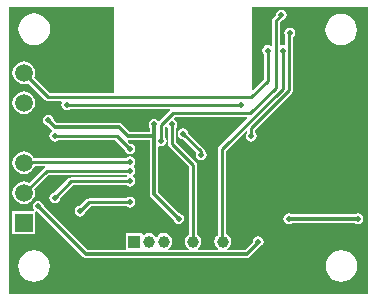
<source format=gbl>
%FSLAX25Y25*%
%MOIN*%
G70*
G01*
G75*
G04 Layer_Physical_Order=2*
G04 Layer_Color=16711680*
%ADD10R,0.04134X0.02362*%
%ADD11R,0.03937X0.03150*%
%ADD12R,0.00394X0.00394*%
%ADD13O,0.07874X0.03937*%
%ADD14C,0.06000*%
%ADD15R,0.02677X0.05906*%
G04:AMPARAMS|DCode=16|XSize=65.35mil|YSize=23.23mil|CornerRadius=2.9mil|HoleSize=0mil|Usage=FLASHONLY|Rotation=270.000|XOffset=0mil|YOffset=0mil|HoleType=Round|Shape=RoundedRectangle|*
%AMROUNDEDRECTD16*
21,1,0.06535,0.01742,0,0,270.0*
21,1,0.05955,0.02323,0,0,270.0*
1,1,0.00581,-0.00871,-0.02977*
1,1,0.00581,-0.00871,0.02977*
1,1,0.00581,0.00871,0.02977*
1,1,0.00581,0.00871,-0.02977*
%
%ADD16ROUNDEDRECTD16*%
%ADD17R,0.03150X0.03937*%
%ADD18O,0.03937X0.07874*%
%ADD19R,0.07874X0.03937*%
G04:AMPARAMS|DCode=20|XSize=42.91mil|YSize=24.02mil|CornerRadius=3mil|HoleSize=0mil|Usage=FLASHONLY|Rotation=90.000|XOffset=0mil|YOffset=0mil|HoleType=Round|Shape=RoundedRectangle|*
%AMROUNDEDRECTD20*
21,1,0.04291,0.01801,0,0,90.0*
21,1,0.03691,0.02402,0,0,90.0*
1,1,0.00600,0.00901,0.01846*
1,1,0.00600,0.00901,-0.01846*
1,1,0.00600,-0.00901,-0.01846*
1,1,0.00600,-0.00901,0.01846*
%
%ADD20ROUNDEDRECTD20*%
%ADD21R,0.02362X0.04134*%
%ADD22R,0.02362X0.05709*%
%ADD23C,0.01000*%
%ADD24C,0.01181*%
%ADD25R,0.02000X0.02850*%
%ADD26R,0.01575X0.03347*%
%ADD27R,0.03937X0.10925*%
%ADD28R,0.08858X0.22736*%
%ADD29R,0.05610X0.12492*%
%ADD30R,0.02661X0.06709*%
%ADD31R,0.04035X0.08366*%
%ADD32R,0.04921X0.05512*%
%ADD33R,0.07480X0.04331*%
%ADD34R,0.04169X0.07087*%
%ADD35R,0.07501X0.26028*%
%ADD36C,0.03937*%
%ADD37R,0.03937X0.03937*%
%ADD38C,0.05906*%
%ADD39R,0.05906X0.05906*%
%ADD40C,0.01969*%
%ADD41R,0.03625X0.05150*%
%ADD42R,0.06594X0.06693*%
G36*
X121026Y1378D02*
X1313D01*
Y97113D01*
X36463D01*
Y68242D01*
X14914D01*
X9607Y73549D01*
X9845Y74122D01*
X9973Y75098D01*
X9845Y76075D01*
X9468Y76985D01*
X8868Y77766D01*
X8087Y78365D01*
X7177Y78742D01*
X6201Y78871D01*
X5224Y78742D01*
X4315Y78365D01*
X3533Y77766D01*
X2934Y76985D01*
X2557Y76075D01*
X2428Y75098D01*
X2557Y74122D01*
X2934Y73212D01*
X3533Y72431D01*
X4315Y71831D01*
X5224Y71455D01*
X6201Y71326D01*
X7177Y71455D01*
X7751Y71692D01*
X13442Y66001D01*
X13868Y65716D01*
X14370Y65617D01*
X18690D01*
X18926Y65175D01*
X18886Y65117D01*
X18749Y64425D01*
X18886Y63734D01*
X19278Y63148D01*
X19864Y62756D01*
X20555Y62619D01*
X21246Y62756D01*
X21779Y63113D01*
X55060D01*
X55205Y62634D01*
X55139Y62590D01*
X51507Y58957D01*
X51009Y59007D01*
X50947Y59100D01*
X50361Y59492D01*
X49669Y59629D01*
X48978Y59492D01*
X48392Y59100D01*
X48000Y58514D01*
X47863Y57823D01*
X48000Y57132D01*
X48264Y56737D01*
Y55330D01*
X41637D01*
X39049Y57919D01*
X38593Y58223D01*
X38055Y58330D01*
X17271D01*
X16219Y59382D01*
X16098Y59991D01*
X15706Y60576D01*
X15120Y60968D01*
X14429Y61106D01*
X13738Y60968D01*
X13152Y60576D01*
X12760Y59991D01*
X12623Y59299D01*
X12760Y58608D01*
X13152Y58022D01*
X13738Y57630D01*
X14061Y57566D01*
X15687Y55941D01*
X15638Y55443D01*
X15278Y55203D01*
X14886Y54616D01*
X14749Y53925D01*
X14886Y53234D01*
X15278Y52648D01*
X15864Y52256D01*
X16555Y52119D01*
X17246Y52256D01*
X17779Y52613D01*
X36783D01*
X39750Y49645D01*
X39886Y48962D01*
X40278Y48376D01*
X40864Y47985D01*
X41555Y47847D01*
X42246Y47985D01*
X42832Y48376D01*
X43224Y48962D01*
X43361Y49654D01*
X43224Y50345D01*
X42832Y50931D01*
X42246Y51322D01*
X41672Y51437D01*
X40978Y52131D01*
X41055Y52520D01*
X48264D01*
Y34681D01*
X48264Y34681D01*
X48264D01*
X48371Y34143D01*
X48676Y33688D01*
X56112Y26251D01*
X56205Y25785D01*
X56597Y25199D01*
X57183Y24807D01*
X57874Y24670D01*
X58565Y24807D01*
X59151Y25199D01*
X59543Y25785D01*
X59680Y26476D01*
X59543Y27168D01*
X59151Y27754D01*
X58565Y28145D01*
X58099Y28238D01*
X51074Y35263D01*
Y50420D01*
X51461Y50737D01*
X52055Y50619D01*
X52746Y50756D01*
X53332Y51148D01*
X53724Y51734D01*
X53861Y52425D01*
X53724Y53117D01*
X53368Y53650D01*
Y56905D01*
X53769Y57203D01*
X53768Y57203D01*
X54004Y57132D01*
X54361Y56598D01*
Y51459D01*
X54461Y50956D01*
X54745Y50530D01*
X54745Y50530D01*
X54745D01*
Y50530D01*
X54745Y50530D01*
X61384Y43891D01*
Y21238D01*
X61307Y21206D01*
X60731Y20765D01*
X60290Y20189D01*
X60012Y19519D01*
X59917Y18799D01*
X60012Y18080D01*
X60290Y17409D01*
X60731Y16834D01*
X61237Y16445D01*
X61077Y15972D01*
X54475D01*
X54314Y16445D01*
X54820Y16834D01*
X55262Y17409D01*
X55539Y18080D01*
X55634Y18799D01*
X55539Y19519D01*
X55262Y20189D01*
X54820Y20765D01*
X54244Y21206D01*
X53574Y21484D01*
X52854Y21579D01*
X52135Y21484D01*
X51464Y21206D01*
X50889Y20765D01*
X50644Y20445D01*
X50144D01*
X49899Y20765D01*
X49323Y21206D01*
X48652Y21484D01*
X47933Y21579D01*
X47214Y21484D01*
X46543Y21206D01*
X46216Y20956D01*
X45768Y21177D01*
Y21555D01*
X41574D01*
X41567Y21556D01*
X41561Y21555D01*
X40256D01*
Y20250D01*
X40255Y20244D01*
X40256Y20237D01*
Y16326D01*
X40256Y16325D01*
X40256D01*
X40256Y16043D01*
X40185Y15972D01*
X27649D01*
X12884Y30737D01*
X12791Y31203D01*
X12399Y31789D01*
X11813Y32181D01*
X11122Y32318D01*
X10431Y32181D01*
X9845Y31789D01*
X9453Y31203D01*
X9316Y30512D01*
X9453Y29820D01*
X9815Y29280D01*
X9579Y28839D01*
X2461D01*
Y21358D01*
X9941D01*
Y28640D01*
X10024Y28684D01*
D01*
X10382Y28876D01*
X10431Y28843D01*
X10897Y28750D01*
X26074Y13574D01*
X26074Y13574D01*
X26074Y13574D01*
Y13574D01*
X26074Y13574D01*
Y13574D01*
X26529Y13269D01*
X27067Y13162D01*
X80512D01*
X81050Y13269D01*
X81505Y13574D01*
X85103Y17172D01*
X85628Y17522D01*
X86019Y18108D01*
X86157Y18799D01*
X86019Y19490D01*
X85628Y20076D01*
X85042Y20468D01*
X84350Y20606D01*
X83659Y20468D01*
X83073Y20076D01*
X82682Y19490D01*
X82544Y18799D01*
X82579Y18621D01*
X79930Y15972D01*
X74159D01*
X73999Y16445D01*
X74505Y16834D01*
X74947Y17409D01*
X75224Y18080D01*
X75319Y18799D01*
X75224Y19519D01*
X74947Y20189D01*
X74505Y20765D01*
X73929Y21206D01*
X73655Y21320D01*
Y49025D01*
X80281Y55651D01*
X80541Y55543D01*
X80686Y55064D01*
X80386Y54616D01*
X80249Y53925D01*
X80386Y53234D01*
X80778Y52648D01*
X81364Y52256D01*
X82055Y52119D01*
X82746Y52256D01*
X83332Y52648D01*
X83724Y53234D01*
X83862Y53925D01*
X83724Y54616D01*
X83368Y55150D01*
Y56118D01*
X95712Y68462D01*
X95996Y68887D01*
X96096Y69390D01*
Y86968D01*
X96159Y87010D01*
X96551Y87596D01*
X96688Y88287D01*
X96551Y88979D01*
X96159Y89565D01*
X95573Y89956D01*
X94882Y90094D01*
X94191Y89956D01*
X93605Y89565D01*
X93213Y88979D01*
X93076Y88287D01*
X93213Y87596D01*
X93471Y87210D01*
Y84490D01*
X93084Y84173D01*
X92512Y84287D01*
X91939Y84173D01*
X91553Y84490D01*
Y91862D01*
X92188Y92497D01*
X92817Y92623D01*
X93403Y93014D01*
X93795Y93600D01*
X93932Y94291D01*
X93795Y94983D01*
X93403Y95569D01*
X92817Y95960D01*
X92126Y96098D01*
X91435Y95960D01*
X90849Y95569D01*
X90457Y94983D01*
X90332Y94354D01*
X89312Y93334D01*
X89028Y92908D01*
X88928Y92405D01*
Y84188D01*
X88487Y83952D01*
X88191Y84149D01*
X87500Y84287D01*
X86809Y84149D01*
X86223Y83758D01*
X85831Y83172D01*
X85694Y82480D01*
X85831Y81789D01*
X86187Y81256D01*
Y72985D01*
X82685Y69482D01*
X82223Y69674D01*
Y97113D01*
X121026D01*
Y1378D01*
D02*
G37*
G36*
X80804Y59887D02*
X71414Y50497D01*
X71130Y50071D01*
X71030Y49569D01*
Y21115D01*
X70574Y20765D01*
X70132Y20189D01*
X69854Y19519D01*
X69760Y18799D01*
X69854Y18080D01*
X70132Y17409D01*
X70574Y16834D01*
X71080Y16445D01*
X70919Y15972D01*
X64317D01*
X64156Y16445D01*
X64662Y16834D01*
X65104Y17409D01*
X65382Y18080D01*
X65477Y18799D01*
X65382Y19519D01*
X65104Y20189D01*
X64662Y20765D01*
X64087Y21206D01*
X64009Y21238D01*
Y44435D01*
X63910Y44937D01*
X63625Y45363D01*
X56986Y52002D01*
Y56598D01*
X57342Y57132D01*
X57480Y57823D01*
X57342Y58514D01*
X56950Y59100D01*
X56365Y59492D01*
X56222Y59961D01*
X56611Y60349D01*
X80613D01*
X80804Y59887D01*
D02*
G37*
%LPC*%
G36*
X117555Y28232D02*
X116864Y28094D01*
X116469Y27830D01*
X95641D01*
X95246Y28094D01*
X94555Y28232D01*
X93864Y28094D01*
X93278Y27703D01*
X92886Y27117D01*
X92749Y26425D01*
X92886Y25734D01*
X93278Y25148D01*
X93864Y24756D01*
X94555Y24619D01*
X95246Y24756D01*
X95641Y25020D01*
X116469D01*
X116864Y24756D01*
X117555Y24619D01*
X118246Y24756D01*
X118832Y25148D01*
X119224Y25734D01*
X119361Y26425D01*
X119224Y27117D01*
X118832Y27703D01*
X118246Y28094D01*
X117555Y28232D01*
D02*
G37*
G36*
X41555Y33732D02*
X40864Y33594D01*
X40331Y33238D01*
X28055D01*
X27553Y33138D01*
X27127Y32853D01*
X24993Y30719D01*
X24364Y30594D01*
X23778Y30202D01*
X23386Y29616D01*
X23249Y28925D01*
X23386Y28234D01*
X23778Y27648D01*
X24364Y27256D01*
X25055Y27119D01*
X25746Y27256D01*
X26332Y27648D01*
X26724Y28234D01*
X26849Y28863D01*
X28599Y30613D01*
X40331D01*
X40864Y30256D01*
X41555Y30119D01*
X42246Y30256D01*
X42832Y30648D01*
X43224Y31234D01*
X43361Y31925D01*
X43224Y32616D01*
X42832Y33202D01*
X42246Y33594D01*
X41555Y33732D01*
D02*
G37*
G36*
X112108Y15901D02*
X110744Y15722D01*
X109473Y15195D01*
X108382Y14358D01*
X107545Y13267D01*
X107018Y11996D01*
X106839Y10632D01*
X107018Y9268D01*
X107545Y7997D01*
X108382Y6906D01*
X109473Y6069D01*
X110744Y5542D01*
X112108Y5362D01*
X113472Y5542D01*
X114743Y6069D01*
X115834Y6906D01*
X116672Y7997D01*
X117198Y9268D01*
X117378Y10632D01*
X117198Y11996D01*
X116672Y13267D01*
X115834Y14358D01*
X114743Y15195D01*
X113472Y15722D01*
X112108Y15901D01*
D02*
G37*
G36*
X9647D02*
X8284Y15722D01*
X7013Y15195D01*
X5921Y14358D01*
X5084Y13267D01*
X4558Y11996D01*
X4378Y10632D01*
X4558Y9268D01*
X5084Y7997D01*
X5921Y6906D01*
X7013Y6069D01*
X8284Y5542D01*
X9647Y5362D01*
X11011Y5542D01*
X12282Y6069D01*
X13374Y6906D01*
X14211Y7997D01*
X14737Y9268D01*
X14917Y10632D01*
X14737Y11996D01*
X14211Y13267D01*
X13374Y14358D01*
X12282Y15195D01*
X11011Y15722D01*
X9647Y15901D01*
D02*
G37*
G36*
X112055Y94695D02*
X110691Y94515D01*
X109420Y93989D01*
X108329Y93151D01*
X107492Y92060D01*
X106965Y90789D01*
X106786Y89425D01*
X106965Y88061D01*
X107492Y86791D01*
X108329Y85699D01*
X109420Y84862D01*
X110691Y84335D01*
X112055Y84156D01*
X113419Y84335D01*
X114690Y84862D01*
X115781Y85699D01*
X116619Y86791D01*
X117145Y88061D01*
X117325Y89425D01*
X117145Y90789D01*
X116619Y92060D01*
X115781Y93151D01*
X114690Y93989D01*
X113419Y94515D01*
X112055Y94695D01*
D02*
G37*
G36*
X9746Y94839D02*
X8382Y94659D01*
X7111Y94133D01*
X6020Y93295D01*
X5182Y92204D01*
X4656Y90933D01*
X4476Y89569D01*
X4656Y88205D01*
X5182Y86934D01*
X6020Y85843D01*
X7111Y85005D01*
X8382Y84479D01*
X9746Y84299D01*
X11110Y84479D01*
X12381Y85005D01*
X13472Y85843D01*
X14309Y86934D01*
X14836Y88205D01*
X15015Y89569D01*
X14836Y90933D01*
X14309Y92204D01*
X13472Y93295D01*
X12381Y94133D01*
X11110Y94659D01*
X9746Y94839D01*
D02*
G37*
G36*
X6201Y68871D02*
X5224Y68742D01*
X4315Y68365D01*
X3533Y67766D01*
X2934Y66985D01*
X2557Y66075D01*
X2428Y65098D01*
X2557Y64122D01*
X2934Y63212D01*
X3533Y62431D01*
X4315Y61831D01*
X5224Y61454D01*
X6201Y61326D01*
X7177Y61454D01*
X8087Y61831D01*
X8868Y62431D01*
X9468Y63212D01*
X9845Y64122D01*
X9973Y65098D01*
X9845Y66075D01*
X9468Y66985D01*
X8868Y67766D01*
X8087Y68365D01*
X7177Y68742D01*
X6201Y68871D01*
D02*
G37*
G36*
Y48871D02*
X5224Y48742D01*
X4315Y48365D01*
X3533Y47766D01*
X2934Y46985D01*
X2557Y46075D01*
X2428Y45098D01*
X2557Y44122D01*
X2934Y43212D01*
X3533Y42431D01*
X4315Y41831D01*
X5224Y41455D01*
X6201Y41326D01*
X7177Y41455D01*
X8087Y41831D01*
X8868Y42431D01*
X9468Y43212D01*
X9841Y44113D01*
X13170D01*
X13315Y43634D01*
X12895Y43353D01*
X7960Y38418D01*
X7177Y38742D01*
X6201Y38871D01*
X5224Y38742D01*
X4315Y38365D01*
X3533Y37766D01*
X2934Y36985D01*
X2557Y36075D01*
X2428Y35098D01*
X2557Y34122D01*
X2934Y33212D01*
X3533Y32431D01*
X4315Y31831D01*
X5224Y31455D01*
X6201Y31326D01*
X7177Y31455D01*
X8087Y31831D01*
X8868Y32431D01*
X9468Y33212D01*
X9845Y34122D01*
X9973Y35098D01*
X9845Y36075D01*
X9694Y36440D01*
X14367Y41113D01*
X40331D01*
X40611Y40925D01*
Y40425D01*
X40331Y40238D01*
X22055D01*
X21553Y40138D01*
X21127Y39853D01*
X16493Y35219D01*
X15864Y35094D01*
X15278Y34703D01*
X14886Y34117D01*
X14749Y33425D01*
X14886Y32734D01*
X15278Y32148D01*
X15864Y31756D01*
X16555Y31619D01*
X17246Y31756D01*
X17832Y32148D01*
X18224Y32734D01*
X18349Y33363D01*
X22599Y37613D01*
X40331D01*
X40864Y37256D01*
X41555Y37119D01*
X42246Y37256D01*
X42832Y37648D01*
X43224Y38234D01*
X43259Y38410D01*
X43268Y38423D01*
X43368Y38925D01*
X43268Y39428D01*
X43259Y39441D01*
X43224Y39617D01*
X42832Y40203D01*
X42246Y40594D01*
X42832Y41148D01*
X42832D01*
Y41148D01*
D01*
D01*
X42832D01*
X43224Y41734D01*
X43361Y42425D01*
X43224Y43117D01*
X42832Y43703D01*
Y44148D01*
X43224Y44734D01*
X43361Y45425D01*
X43224Y46117D01*
X42832Y46703D01*
X42246Y47094D01*
X41555Y47232D01*
X40864Y47094D01*
X40331Y46738D01*
X9570D01*
X9468Y46985D01*
X8868Y47766D01*
X8087Y48365D01*
X7177Y48742D01*
X6201Y48871D01*
D02*
G37*
G36*
X59315Y56578D02*
X58624Y56441D01*
X58038Y56049D01*
X57646Y55463D01*
X57509Y54772D01*
X57646Y54080D01*
X58038Y53494D01*
X58624Y53103D01*
X59253Y52978D01*
X63792Y48439D01*
X63784Y48428D01*
X63646Y47736D01*
X63784Y47045D01*
X64175Y46459D01*
X64762Y46067D01*
X65453Y45930D01*
X66144Y46067D01*
X66730Y46459D01*
X67122Y47045D01*
X67259Y47736D01*
X67122Y48428D01*
X66730Y49014D01*
X66513Y49159D01*
X66480Y49321D01*
X66196Y49747D01*
X61109Y54834D01*
X60984Y55463D01*
X60592Y56049D01*
X60006Y56441D01*
X59315Y56578D01*
D02*
G37*
%LPD*%
G54D23*
X22055Y38925D02*
X41555D01*
X16555Y33425D02*
X22055Y38925D01*
X25055Y28925D02*
X28055Y31925D01*
X41555D01*
X52055Y57650D02*
X56067Y61661D01*
X52055Y52425D02*
Y57650D01*
X37327Y53925D02*
X41598Y49654D01*
X6823Y45425D02*
X41555D01*
X13823Y42425D02*
X41555D01*
X16555Y53925D02*
X37327D01*
X41555Y38925D02*
X42055D01*
X20555Y64425D02*
X78555D01*
X6004Y34606D02*
X13823Y42425D01*
X6004Y44606D02*
X6823Y45425D01*
X72342Y18996D02*
X72539Y18799D01*
X55673Y51459D02*
Y57823D01*
X65267Y47921D02*
X65453Y47736D01*
X65267Y47921D02*
Y48819D01*
X59315Y54772D02*
X65267Y48819D01*
X94784Y88189D02*
X94882Y88287D01*
X87500Y72441D02*
Y82480D01*
X41567Y20244D02*
X43012Y18799D01*
X62697D02*
Y44435D01*
X55673Y51459D02*
X62697Y44435D01*
X90240Y92405D02*
X92126Y94291D01*
X72342Y18996D02*
Y49569D01*
X56067Y61661D02*
X81791D01*
X90240Y70110D01*
Y92405D01*
X72342Y49569D02*
X92512Y69738D01*
Y82480D01*
X82055Y53925D02*
Y56661D01*
X94784Y69390D01*
Y88189D01*
X6201Y75098D02*
X14370Y66929D01*
X81988D01*
X87500Y72441D01*
G54D24*
X37700Y58894D02*
X43972D01*
X45142Y57724D01*
X14429Y59185D02*
X16689Y56925D01*
X14429Y59185D02*
Y59299D01*
X38055Y56925D02*
X41055Y53925D01*
X94555Y26425D02*
X117555D01*
X49669Y34681D02*
X57874Y26476D01*
X48977Y53925D02*
X49669Y54617D01*
Y34681D02*
Y54617D01*
X41055Y53925D02*
X48977D01*
X49669Y54617D02*
Y57823D01*
X84350Y18406D02*
Y18799D01*
X27067Y14567D02*
X80512D01*
X84350Y18406D01*
X11122Y30512D02*
X27067Y14567D01*
X16689Y56925D02*
X38055D01*
G54D36*
X77461Y18799D02*
D03*
X67618D02*
D03*
X72539D02*
D03*
X57776D02*
D03*
X62697D02*
D03*
X47933D02*
D03*
X52854D02*
D03*
G54D37*
X43012D02*
D03*
G54D38*
X6201Y75098D02*
D03*
Y65098D02*
D03*
Y55098D02*
D03*
Y45098D02*
D03*
Y35098D02*
D03*
G54D39*
Y25098D02*
D03*
G54D40*
X49669Y57823D02*
D03*
X55673D02*
D03*
X41555Y49654D02*
D03*
X14429Y59299D02*
D03*
X59315Y54772D02*
D03*
X94555Y26425D02*
D03*
X117555Y43925D02*
D03*
X41555Y38925D02*
D03*
Y31925D02*
D03*
Y45425D02*
D03*
Y42425D02*
D03*
X25055Y28925D02*
D03*
X20555Y64425D02*
D03*
X24555Y74425D02*
D03*
X28055Y76425D02*
D03*
Y82425D02*
D03*
Y88425D02*
D03*
X16055Y74425D02*
D03*
X52055Y52425D02*
D03*
X73055Y55925D02*
D03*
X66555Y42425D02*
D03*
X82055Y53925D02*
D03*
X117555Y26425D02*
D03*
X99555Y52425D02*
D03*
X80055Y36425D02*
D03*
X78555Y64425D02*
D03*
X16555Y33425D02*
D03*
Y53925D02*
D03*
X35055Y26925D02*
D03*
X95043Y60579D02*
D03*
X65453Y47736D02*
D03*
X57874Y26476D02*
D03*
X92512Y82480D02*
D03*
X94882Y88287D02*
D03*
X92126Y94291D02*
D03*
X87500Y82480D02*
D03*
X11122Y30512D02*
D03*
X84350Y18799D02*
D03*
X110236Y80315D02*
D03*
X104035Y39370D02*
D03*
X44488Y59646D02*
D03*
G54D41*
X43903Y57937D02*
D03*
G54D42*
X109955Y80264D02*
D03*
M02*

</source>
